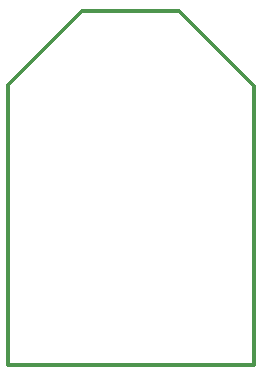
<source format=gko>
%FSAX44Y44*%
%MOMM*%
G71*
G01*
G75*
G04 Layer_Color=16711935*
%ADD10R,0.8000X0.9000*%
%ADD11R,0.9000X0.8000*%
%ADD12R,1.2000X2.0000*%
%ADD13O,0.4500X1.5000*%
%ADD14R,0.4500X1.5000*%
%ADD15R,1.8000X1.3000*%
%ADD16C,0.2000*%
%ADD17C,0.3000*%
%ADD18C,0.4000*%
%ADD19C,0.7000*%
%ADD20C,0.5000*%
%ADD21R,2.4130X3.6830*%
%ADD22C,2.3000*%
%ADD23R,2.4400X2.4400*%
%ADD24R,2.4400X2.4400*%
%ADD25C,1.0000*%
%ADD26C,1.8000*%
%ADD27C,0.8000*%
%ADD28C,0.6000*%
%ADD29C,0.2540*%
%ADD30C,0.1500*%
%ADD31C,0.1000*%
%ADD32R,1.0032X1.1032*%
%ADD33R,1.1032X1.0032*%
%ADD34R,1.4032X2.2032*%
%ADD35O,0.6532X1.7032*%
%ADD36R,0.6532X1.7032*%
%ADD37R,2.0032X1.5032*%
%ADD38C,2.5032*%
%ADD39R,2.6432X2.6432*%
%ADD40R,2.6432X2.6432*%
%ADD41C,1.2032*%
%ADD42C,2.0032*%
%ADD43C,1.0032*%
D17*
X00040640Y00300000D02*
X00104000Y00236640D01*
X-00104000Y00000000D02*
Y00237000D01*
X-00041000Y00300000D01*
X00040640D01*
X00104000Y00000000D02*
Y00234670D01*
Y00174130D02*
X00104140Y00173990D01*
X-00104000Y00000000D02*
X00104000D01*
Y00234670D02*
Y00236640D01*
M02*

</source>
